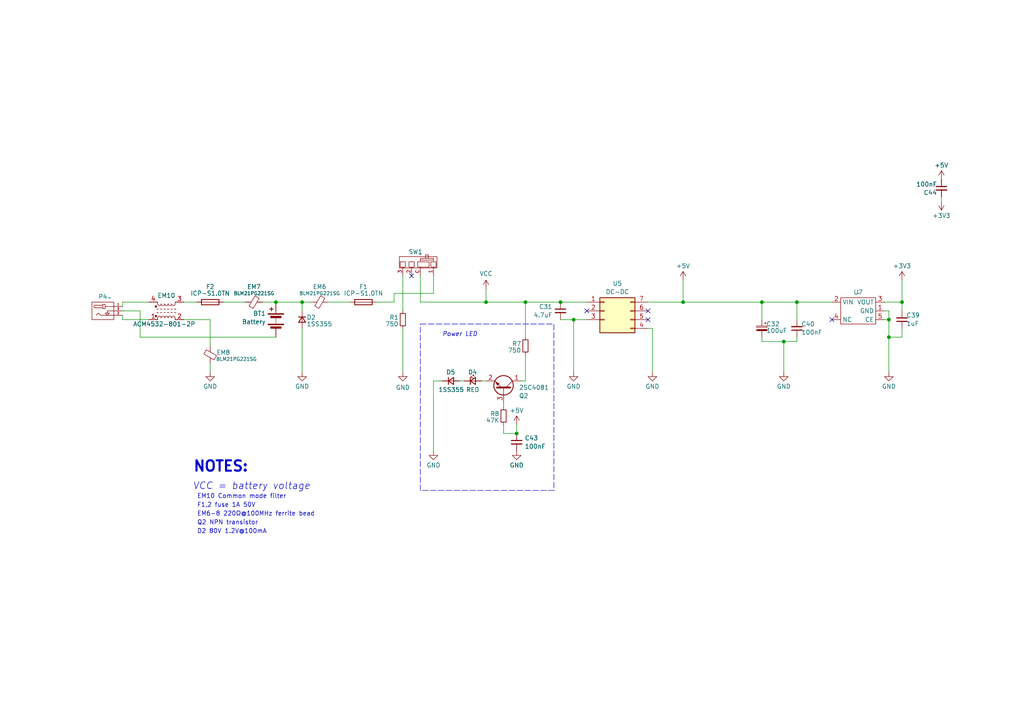
<source format=kicad_sch>
(kicad_sch (version 20250114) (generator "eeschema") (generator_version "9.0")
  (paper "A4")
  (title_block (title "Yet Another Pocket Color (YAP)") (company "NatalieTheNerd.com"))
  (lib_symbols
    (symbol "CGB:DC_Jack"
      (property "Reference" "P" (at 0 1.27 0))
      (symbol "DC_Jack_0_1"
        (rectangle (start -5.08 -1.27) (end 1.27 -6.35))
        (arc (start -4.191 -2.921) (mid -4.5358 -2.54) (end -4.191 -2.159))
        (polyline (pts (xy -1.905 -2.159) (xy -4.191 -2.159)))
        (polyline (pts (xy -1.905 -2.921) (xy -4.191 -2.921)))
        (polyline (pts (xy -1.27 -1.905) (xy -1.27 -3.175) (xy -1.905 -3.175) (xy -1.905 -1.905) (xy -1.27 -1.905)))
        (polyline (pts (xy -0.635 -4.445) (xy -1.27 -4.445) (xy -0.635 -5.08) (xy 0 -4.445) (xy -0.635 -4.445)))
        (polyline (pts (xy 1.27 -2.54) (xy -1.27 -2.54)))
        (polyline (pts (xy 1.27 -3.81) (xy -0.635 -3.81) (xy -0.635 -4.445)))
        (polyline (pts (xy 1.27 -5.08) (xy -2.54 -5.08) (xy -3.175 -4.445) (xy -3.81 -5.08)))
      )
      (symbol "DC_Jack_1_1"
        (pin input line (at 3.81 -2.54 180) (length 2.54) (name "") (number "1"))
        (pin input line (at 3.81 -3.81 180) (length 2.54) (name "") (number "3"))
        (pin input line (at 3.81 -5.08 180) (length 2.54) (name "") (number "2"))
      )
    )
    (symbol "CGB:Power_SW"
      (property "Reference" "SW" (at 0 1.27 0))
      (symbol "Power_SW_0_1"
        (rectangle (start -4.826 -0.762) (end 6.096 -4.064))
        (rectangle (start -4.572 -2.286) (end -3.048 -3.81))
        (polyline (pts (xy -3.81 -1.778) (xy 0 -1.778)))
        (rectangle (start -2.54 -2.286) (end 0.762 -3.81))
        (polyline (pts (xy -1.524 -1.27) (xy -1.524 -0.254) (xy -2.286 -0.254) (xy -2.286 -1.27)))
        (polyline (pts (xy 0 -2.032) (xy 0 -1.27) (xy -3.81 -1.27) (xy -3.81 -2.032)))
        (rectangle (start 1.778 -2.286) (end 3.302 -3.81))
        (rectangle (start 4.318 -2.286) (end 5.842 -3.81))
      )
      (symbol "Power_SW_1_1"
        (pin input line (at -3.81 -6.35 90) (length 2.54) (name "") (number "1"))
        (pin input line (at 0 -6.35 90) (length 2.54) (name "") (number "C"))
        (pin input line (at 2.54 -6.35 90) (length 2.54) (name "") (number "2"))
        (pin input line (at 5.08 -6.35 90) (length 2.54) (name "") (number "3"))
      )
    )
    (symbol "CGB:RN5RT33A"
      (property "Reference" "U" (at 0 1.27 0))
      (symbol "RN5RT33A_0_1"
        (rectangle (start -5.08 -1.27) (end 5.08 -8.89))
      )
      (symbol "RN5RT33A_1_1"
        (pin input line (at -7.62 -2.54 0) (length 2.54) (name "VIN") (number "2"))
        (pin input line (at -7.62 -7.62 0) (length 2.54) (name "NC") (number "4"))
        (pin input line (at 7.62 -2.54 180) (length 2.54) (name "VOUT") (number "3"))
        (pin input line (at 7.62 -5.08 180) (length 2.54) (name "GND") (number "1"))
        (pin input line (at 7.62 -7.62 180) (length 2.54) (name "CE") (number "5"))
      )
    )
    (symbol "Connector_Generic:Conn_2Rows-07Pins" (pin_names (offset 1.016) (hide yes))
      (property "Reference" "U5" (at 0 7.9543 0))
      (property "Value" "DC-DC" (at 0 5.5301 0))
      (symbol "Conn_2Rows-07Pins_1_1"
        (rectangle (start -5.08 3.81) (end 5.08 -6.35) (stroke (width 0.254)) (fill (type background)))
        (rectangle (start -5.08 2.667) (end -3.81 2.413) (stroke (width 0.1524)))
        (rectangle (start -5.08 0.127) (end -3.81 -0.127) (stroke (width 0.1524)))
        (rectangle (start -5.08 -2.413) (end -3.81 -2.667) (stroke (width 0.1524)))
        (rectangle (start 3.81 -2.413) (end 5.08 -2.667) (stroke (width 0.1524)))
        (rectangle (start 5.08 2.667) (end 3.81 2.413) (stroke (width 0.1524)))
        (rectangle (start 5.08 0.127) (end 3.81 -0.127) (stroke (width 0.1524)))
        (rectangle (start 5.08 -5.207) (end 3.81 -4.953) (stroke (width 0.1524)))
        (pin passive line (at -8.89 2.54 0) (length 3.81) (name "Pin_1") (number "1"))
        (pin passive line (at -8.89 0 0) (length 3.81) (name "Pin_2") (number "2"))
        (pin passive line (at -8.89 -2.54 0) (length 3.81) (name "Pin_3") (number "3"))
        (pin passive line (at 8.89 2.54 180) (length 3.81) (name "Pin_7") (number "7"))
        (pin passive line (at 8.89 0 180) (length 3.81) (name "Pin_6") (number "6"))
        (pin passive line (at 8.89 -2.54 180) (length 3.81) (name "Pin_5") (number "5"))
        (pin passive line (at 8.89 -5.08 180) (length 3.81) (name "Pin_4") (number "4"))
      )
    )
    (symbol "Device:Battery" (pin_numbers (hide yes)) (pin_names (offset 0) (hide yes))
      (property "Reference" "BT" (at 2.54 2.54 0))
      (property "Value" "Battery" (at 2.54 0 0))
      (symbol "Battery_0_1"
        (rectangle (start -2.286 1.778) (end 2.286 1.524) (fill (type outline)))
        (rectangle (start -2.286 -1.27) (end 2.286 -1.524) (fill (type outline)))
        (rectangle (start -1.524 1.016) (end 1.524 0.508) (fill (type outline)))
        (rectangle (start -1.524 -2.032) (end 1.524 -2.54) (fill (type outline)))
        (polyline (pts (xy 0 1.778) (xy 0 2.54)))
        (polyline (pts (xy 0 0) (xy 0 0.254)))
        (polyline (pts (xy 0 -0.508) (xy 0 -0.254)))
        (polyline (pts (xy 0 -1.016) (xy 0 -0.762)))
        (polyline (pts (xy 0.762 3.048) (xy 1.778 3.048)) (stroke (width 0.254)))
        (polyline (pts (xy 1.27 3.556) (xy 1.27 2.54)) (stroke (width 0.254)))
      )
      (symbol "Battery_1_1"
        (pin passive line (at 0 5.08 270) (length 2.54) (name "+") (number "1"))
        (pin passive line (at 0 -5.08 90) (length 2.54) (name "-") (number "2"))
      )
    )
    (symbol "Device:C_Polarized_Small" (pin_numbers (hide yes)) (pin_names (offset 0.254) (hide yes))
      (property "Reference" "C" (at 0.254 1.778 0))
      (property "Value" "C_Polarized_Small" (at 0.254 -2.032 0))
      (symbol "C_Polarized_Small_0_1"
        (rectangle (start -1.524 0.6858) (end 1.524 0.3048))
        (rectangle (start -1.524 -0.3048) (end 1.524 -0.6858) (fill (type outline)))
        (polyline (pts (xy -1.27 1.524) (xy -0.762 1.524)))
        (polyline (pts (xy -1.016 1.27) (xy -1.016 1.778)))
      )
      (symbol "C_Polarized_Small_1_1"
        (pin passive line (at 0 2.54 270) (length 1.8542) (name "~") (number "1"))
        (pin passive line (at 0 -2.54 90) (length 1.8542) (name "~") (number "2"))
      )
    )
    (symbol "Device:C_Small" (pin_numbers (hide yes)) (pin_names (offset 0.254) (hide yes))
      (property "Reference" "C" (at 0.254 1.778 0))
      (property "Value" "C_Small" (at 0.254 -2.032 0))
      (symbol "C_Small_0_1"
        (polyline (pts (xy -1.524 0.508) (xy 1.524 0.508)) (stroke (width 0.3048)))
        (polyline (pts (xy -1.524 -0.508) (xy 1.524 -0.508)) (stroke (width 0.3302)))
      )
      (symbol "C_Small_1_1"
        (pin passive line (at 0 2.54 270) (length 2.032) (name "~") (number "1"))
        (pin passive line (at 0 -2.54 90) (length 2.032) (name "~") (number "2"))
      )
    )
    (symbol "Device:D_Small" (pin_numbers (hide yes)) (pin_names (offset 0.254) (hide yes))
      (property "Reference" "D" (at -1.27 2.032 0))
      (property "Value" "D_Small" (at -3.81 -2.032 0))
      (symbol "D_Small_0_1"
        (polyline (pts (xy -0.762 0) (xy 0.762 0)))
        (polyline (pts (xy -0.762 -1.016) (xy -0.762 1.016)) (stroke (width 0.254)))
        (polyline (pts (xy 0.762 -1.016) (xy -0.762 0) (xy 0.762 1.016) (xy 0.762 -1.016)) (stroke (width 0.254)))
      )
      (symbol "D_Small_1_1"
        (pin passive line (at -2.54 0 0) (length 1.778) (name "K") (number "1"))
        (pin passive line (at 2.54 0 180) (length 1.778) (name "A") (number "2"))
      )
    )
    (symbol "Device:FerriteBead_Small" (pin_numbers (hide yes)) (pin_names (offset 0))
      (property "Reference" "FB" (at 1.905 1.27 0))
      (property "Value" "FerriteBead_Small" (at 1.905 -1.27 0))
      (symbol "FerriteBead_Small_0_1"
        (polyline (pts (xy -1.8288 0.2794) (xy -1.1176 1.4986) (xy 1.8288 -0.2032) (xy 1.1176 -1.4224) (xy -1.8288 0.2794)))
        (polyline (pts (xy 0 0.889) (xy 0 1.2954)))
        (polyline (pts (xy 0 -1.27) (xy 0 -0.7874)))
      )
      (symbol "FerriteBead_Small_1_1"
        (pin passive line (at 0 2.54 270) (length 1.27) (name "~") (number "1"))
        (pin passive line (at 0 -2.54 90) (length 1.27) (name "~") (number "2"))
      )
    )
    (symbol "Device:Fuse" (pin_numbers (hide yes)) (pin_names (offset 0))
      (property "Reference" "F" (at 2.032 0 90))
      (property "Value" "Fuse" (at -1.905 0 90))
      (symbol "Fuse_0_1"
        (rectangle (start -0.762 -2.54) (end 0.762 2.54) (stroke (width 0.254)))
        (polyline (pts (xy 0 2.54) (xy 0 -2.54)))
      )
      (symbol "Fuse_1_1"
        (pin passive line (at 0 3.81 270) (length 1.27) (name "~") (number "1"))
        (pin passive line (at 0 -3.81 90) (length 1.27) (name "~") (number "2"))
      )
    )
    (symbol "Device:LED_Small" (pin_numbers (hide yes)) (pin_names (offset 0.254) (hide yes))
      (property "Reference" "D" (at -1.27 3.175 0))
      (property "Value" "LED_Small" (at -4.445 -2.54 0))
      (symbol "LED_Small_0_1"
        (polyline (pts (xy -0.762 -1.016) (xy -0.762 1.016)) (stroke (width 0.254)))
        (polyline (pts (xy 0 0.762) (xy -0.508 1.27) (xy -0.254 1.27) (xy -0.508 1.27) (xy -0.508 1.016)))
        (polyline (pts (xy 0.508 1.27) (xy 0 1.778) (xy 0.254 1.778) (xy 0 1.778) (xy 0 1.524)))
        (polyline (pts (xy 0.762 -1.016) (xy -0.762 0) (xy 0.762 1.016) (xy 0.762 -1.016)) (stroke (width 0.254)))
        (polyline (pts (xy 1.016 0) (xy -0.762 0)))
      )
      (symbol "LED_Small_1_1"
        (pin passive line (at -2.54 0 0) (length 1.778) (name "K") (number "1"))
        (pin passive line (at 2.54 0 180) (length 1.778) (name "A") (number "2"))
      )
    )
    (symbol "Device:L_Ferrite_Coupled_1243" (pin_names (offset 0.254) (hide yes))
      (property "Reference" "L" (at 0 4.445 0))
      (property "Value" "L_Ferrite_Coupled_1243" (at 0 -4.445 0))
      (symbol "L_Ferrite_Coupled_1243_0_1"
        (circle (center -3.048 1.524) (radius 0.254) (fill (type outline)))
        (circle (center -3.048 -1.27) (radius 0.254) (fill (type outline)))
        (polyline (pts (xy -2.794 0.508) (xy -2.286 0.508)))
        (polyline (pts (xy -2.794 -0.508) (xy -2.286 -0.508)))
        (polyline (pts (xy -2.54 2.032) (xy -2.54 2.54)))
        (polyline (pts (xy -2.54 -2.032) (xy -2.54 -2.54)))
        (arc (start -1.524 2.032) (mid -2.032 1.5262) (end -2.54 2.032))
        (arc (start -2.54 -2.032) (mid -2.032 -1.5262) (end -1.524 -2.032))
        (polyline (pts (xy -1.778 0.508) (xy -1.27 0.508)))
        (polyline (pts (xy -1.778 -0.508) (xy -1.27 -0.508)))
        (arc (start -0.508 2.032) (mid -1.016 1.5262) (end -1.524 2.032))
        (arc (start -1.524 -2.032) (mid -1.016 -1.5262) (end -0.508 -2.032))
        (polyline (pts (xy -0.762 0.508) (xy -0.254 0.508)))
        (polyline (pts (xy -0.762 -0.508) (xy -0.254 -0.508)))
        (arc (start 0.508 2.032) (mid 0 1.5262) (end -0.508 2.032))
        (arc (start -0.508 -2.032) (mid 0 -1.5262) (end 0.508 -2.032))
        (polyline (pts (xy 0.254 0.508) (xy 0.762 0.508)))
        (polyline (pts (xy 0.254 -0.508) (xy 0.762 -0.508)))
        (arc (start 1.524 2.032) (mid 1.016 1.5262) (end 0.508 2.032))
        (arc (start 0.508 -2.032) (mid 1.016 -1.5262) (end 1.524 -2.032))
        (polyline (pts (xy 1.27 0.508) (xy 1.778 0.508)))
        (polyline (pts (xy 1.27 -0.508) (xy 1.778 -0.508)))
        (arc (start 2.54 2.032) (mid 2.032 1.5262) (end 1.524 2.032))
        (arc (start 1.524 -2.032) (mid 2.032 -1.5262) (end 2.54 -2.032))
        (polyline (pts (xy 2.286 0.508) (xy 2.794 0.508)))
        (polyline (pts (xy 2.286 -0.508) (xy 2.794 -0.508)))
        (polyline (pts (xy 2.54 2.54) (xy 2.54 2.032)))
        (polyline (pts (xy 2.54 -2.032) (xy 2.54 -2.54)))
      )
      (symbol "L_Ferrite_Coupled_1243_1_1"
        (pin passive line (at -5.08 2.54 0) (length 2.54) (name "1") (number "1"))
        (pin passive line (at -5.08 -2.54 0) (length 2.54) (name "4") (number "4"))
        (pin passive line (at 5.08 2.54 180) (length 2.54) (name "2") (number "2"))
        (pin passive line (at 5.08 -2.54 180) (length 2.54) (name "3") (number "3"))
      )
    )
    (symbol "Device:R_Small" (pin_numbers (hide yes)) (pin_names (offset 0.254) (hide yes))
      (property "Reference" "R" (at 0.762 0.508 0))
      (property "Value" "R_Small" (at 0.762 -1.016 0))
      (symbol "R_Small_0_1"
        (rectangle (start -0.762 1.778) (end 0.762 -1.778) (stroke (width 0.2032)))
      )
      (symbol "R_Small_1_1"
        (pin passive line (at 0 2.54 270) (length 0.762) (name "~") (number "1"))
        (pin passive line (at 0 -2.54 90) (length 0.762) (name "~") (number "2"))
      )
    )
    (symbol "Transistor_BJT:2N2219" (pin_names (offset 0) (hide yes))
      (property "Reference" "Q2" (at 11.43 -1.27 0))
      (property "Value" "2SC4081" (at 11.43 1.1542 0))
      (symbol "2N2219_0_1"
        (polyline (pts (xy -0.508 0) (xy 0 0.508) (xy -1.016 1.016) (xy -0.508 0) (xy -0.508 0)) (fill (type outline)))
        (polyline (pts (xy 0.635 -0.635) (xy -1.27 1.27) (xy -1.27 1.27)))
        (circle (center 1.27 0) (radius 2.8194) (stroke (width 0.254)))
        (polyline (pts (xy 1.27 -2.54) (xy 1.27 -0.6285)))
        (polyline (pts (xy 1.905 -0.635) (xy 3.81 1.27)))
        (polyline (pts (xy 3.175 -0.635) (xy -0.635 -0.635) (xy -0.635 -0.635)) (stroke (width 0.508)))
      )
      (symbol "2N2219_1_1"
        (pin passive line (at -3.81 1.27 0) (length 2.54) (name "B") (number "2"))
        (pin passive line (at 1.27 -5.08 90) (length 2.54) (name "C") (number "3"))
        (pin passive line (at 6.35 1.27 180) (length 2.54) (name "E") (number "1"))
      )
    )
    (symbol "power:+3V3" (power) (pin_names (offset 0))
      (property "Value" "+3V3" (at 0 3.556 0))
      (symbol "+3V3_0_1"
        (polyline (pts (xy -0.762 1.27) (xy 0 2.54)))
        (polyline (pts (xy 0 2.54) (xy 0.762 1.27)))
        (polyline (pts (xy 0 0) (xy 0 2.54)))
      )
      (symbol "+3V3_1_1"
        (pin power_in line (at 0 0 90) (length 0) (hide yes) (name "+3V3") (number "1"))
      )
    )
    (symbol "power:+5V" (power) (pin_names (offset 0))
      (property "Value" "+5V" (at 0 3.556 0))
      (symbol "+5V_0_1"
        (polyline (pts (xy -0.762 1.27) (xy 0 2.54)))
        (polyline (pts (xy 0 2.54) (xy 0.762 1.27)))
        (polyline (pts (xy 0 0) (xy 0 2.54)))
      )
      (symbol "+5V_1_1"
        (pin power_in line (at 0 0 90) (length 0) (hide yes) (name "+5V") (number "1"))
      )
    )
    (symbol "power:GND" (power) (pin_names (offset 0))
      (property "Value" "GND" (at 0 -3.81 0))
      (symbol "GND_0_1"
        (polyline (pts (xy 0 0) (xy 0 -1.27) (xy 1.27 -1.27) (xy 0 -2.54) (xy -1.27 -1.27) (xy 0 -1.27)))
      )
      (symbol "GND_1_1"
        (pin power_in line (at 0 0 270) (length 0) (hide yes) (name "GND") (number "1"))
      )
    )
    (symbol "power:VCC" (power) (pin_names (offset 0))
      (property "Value" "VCC" (at 0 3.81 0))
      (symbol "VCC_0_1"
        (polyline (pts (xy -0.762 1.27) (xy 0 2.54)))
        (polyline (pts (xy 0 2.54) (xy 0.762 1.27)))
        (polyline (pts (xy 0 0) (xy 0 2.54)))
      )
      (symbol "VCC_1_1"
        (pin power_in line (at 0 0 90) (length 0) (hide yes) (name "VCC") (number "1"))
      )
    )
  )
  (rectangle (start 121.92 93.98) (end 160.655 142.24) (stroke (width 0) (type dash)))
  (text "NOTES:" (at 55.88 137.16 0) (effects (font (size 3 3) (thickness 0.6) (bold yes)) (justify left bottom)))
  (text "D2 80V 1.2V@100mA" (at 57.15 154.94 0) (effects (font (size 1.27 1.27)) (justify left bottom)))
  (text "EM6-8 220Ω@100MHz ferrite bead" (at 57.15 149.86 0) (effects (font (size 1.27 1.27)) (justify left bottom)))
  (text "EM10 Common mode filter " (at 57.15 144.78 0) (effects (font (size 1.27 1.27)) (justify left bottom)))
  (text "F1,2 fuse 1A 50V " (at 57.15 147.32 0) (effects (font (size 1.27 1.27)) (justify left bottom)))
  (text "Power LED\n" (at 128.27 97.79 0) (effects (font (size 1.27 1.27) (italic yes)) (justify left bottom)))
  (text "Q2 NPN transistor" (at 57.15 152.4 0) (effects (font (size 1.27 1.27)) (justify left bottom)))
  (text "VCC = battery voltage" (at 55.88 142.24 0) (effects (font (size 2 2) (italic yes)) (justify left bottom)))
  (junction (at 140.97 87.63))
  (junction (at 227.33 99.06))
  (junction (at 231.14 87.63))
  (junction (at 87.63 87.63))
  (junction (at 149.86 125.73))
  (junction (at 162.56 87.63))
  (junction (at 198.12 87.63))
  (junction (at 152.4 87.63))
  (junction (at 257.81 97.79))
  (junction (at 80.01 87.63))
  (junction (at 166.37 92.71))
  (junction (at 220.98 87.63))
  (junction (at 257.81 92.71))
  (junction (at 261.62 87.63))
  (no_connect (at 241.3 92.71))
  (no_connect (at 170.18 90.17))
  (no_connect (at 187.96 90.17))
  (no_connect (at 187.96 92.71))
  (no_connect (at 119.38 80.01))
  (wire (pts (xy 121.92 80.01) (xy 121.92 87.63)))
  (wire (pts (xy 220.98 97.79) (xy 220.98 99.06)))
  (wire (pts (xy 64.77 87.63) (xy 71.12 87.63)))
  (wire (pts (xy 121.92 87.63) (xy 140.97 87.63)))
  (wire (pts (xy 35.56 87.63) (xy 43.18 87.63)))
  (wire (pts (xy 152.4 87.63) (xy 152.4 97.79)))
  (wire (pts (xy 231.14 87.63) (xy 241.3 87.63)))
  (wire (pts (xy 114.3 87.63) (xy 109.22 87.63)))
  (wire (pts (xy 80.01 87.63) (xy 87.63 87.63)))
  (wire (pts (xy 125.73 80.01) (xy 125.73 85.09)))
  (wire (pts (xy 125.73 110.49) (xy 128.27 110.49)))
  (wire (pts (xy 125.73 130.81) (xy 125.73 110.49)))
  (wire (pts (xy 220.98 87.63) (xy 220.98 92.71)))
  (wire (pts (xy 220.98 87.63) (xy 231.14 87.63)))
  (wire (pts (xy 60.96 105.41) (xy 60.96 107.95)))
  (wire (pts (xy 149.86 125.73) (xy 146.05 125.73)))
  (wire (pts (xy 76.2 87.63) (xy 80.01 87.63)))
  (wire (pts (xy 152.4 87.63) (xy 162.56 87.63)))
  (wire (pts (xy 257.81 107.95) (xy 257.81 97.79)))
  (wire (pts (xy 152.4 110.49) (xy 151.13 110.49)))
  (wire (pts (xy 116.84 107.95) (xy 116.84 95.25)))
  (wire (pts (xy 162.56 87.63) (xy 170.18 87.63)))
  (wire (pts (xy 114.3 85.09) (xy 114.3 87.63)))
  (wire (pts (xy 166.37 92.71) (xy 166.37 107.95)))
  (wire (pts (xy 261.62 97.79) (xy 257.81 97.79)))
  (wire (pts (xy 257.81 90.17) (xy 256.54 90.17)))
  (wire (pts (xy 35.56 92.71) (xy 35.56 91.44)))
  (wire (pts (xy 87.63 87.63) (xy 90.17 87.63)))
  (wire (pts (xy 231.14 99.06) (xy 231.14 97.79)))
  (wire (pts (xy 227.33 107.95) (xy 227.33 99.06)))
  (wire (pts (xy 146.05 116.84) (xy 146.05 118.11)))
  (wire (pts (xy 261.62 95.25) (xy 261.62 97.79)))
  (wire (pts (xy 140.97 87.63) (xy 152.4 87.63)))
  (wire (pts (xy 227.33 99.06) (xy 231.14 99.06)))
  (wire (pts (xy 162.56 92.71) (xy 166.37 92.71)))
  (wire (pts (xy 198.12 81.28) (xy 198.12 87.63)))
  (wire (pts (xy 189.23 95.25) (xy 187.96 95.25)))
  (wire (pts (xy 261.62 87.63) (xy 261.62 90.17)))
  (wire (pts (xy 35.56 88.9) (xy 35.56 87.63)))
  (wire (pts (xy 40.64 97.79) (xy 80.01 97.79)))
  (wire (pts (xy 187.96 87.63) (xy 198.12 87.63)))
  (wire (pts (xy 146.05 125.73) (xy 146.05 123.19)))
  (wire (pts (xy 116.84 90.17) (xy 116.84 80.01)))
  (wire (pts (xy 60.96 92.71) (xy 53.34 92.71)))
  (wire (pts (xy 57.15 87.63) (xy 53.34 87.63)))
  (wire (pts (xy 133.35 110.49) (xy 134.62 110.49)))
  (wire (pts (xy 140.97 83.82) (xy 140.97 87.63)))
  (wire (pts (xy 40.64 90.17) (xy 40.64 97.79)))
  (wire (pts (xy 149.86 123.19) (xy 149.86 125.73)))
  (wire (pts (xy 87.63 95.25) (xy 87.63 107.95)))
  (wire (pts (xy 35.56 90.17) (xy 40.64 90.17)))
  (wire (pts (xy 60.96 100.33) (xy 60.96 92.71)))
  (wire (pts (xy 166.37 92.71) (xy 170.18 92.71)))
  (wire (pts (xy 95.25 87.63) (xy 101.6 87.63)))
  (wire (pts (xy 152.4 102.87) (xy 152.4 110.49)))
  (wire (pts (xy 256.54 87.63) (xy 261.62 87.63)))
  (wire (pts (xy 87.63 90.17) (xy 87.63 87.63)))
  (wire (pts (xy 257.81 92.71) (xy 257.81 90.17)))
  (wire (pts (xy 114.3 85.09) (xy 125.73 85.09)))
  (wire (pts (xy 231.14 92.71) (xy 231.14 87.63)))
  (wire (pts (xy 261.62 81.28) (xy 261.62 87.63)))
  (wire (pts (xy 189.23 95.25) (xy 189.23 107.95)))
  (wire (pts (xy 43.18 92.71) (xy 35.56 92.71)))
  (wire (pts (xy 257.81 97.79) (xy 257.81 92.71)))
  (wire (pts (xy 198.12 87.63) (xy 220.98 87.63)))
  (wire (pts (xy 139.7 110.49) (xy 140.97 110.49)))
  (wire (pts (xy 220.98 99.06) (xy 227.33 99.06)))
  (wire (pts (xy 273.05 58.42) (xy 273.05 57.15)))
  (wire (pts (xy 256.54 92.71) (xy 257.81 92.71)))
  (symbol (lib_id "Device:D_Small") (at 130.81 110.49 0) (unit 1)
    (property "Reference" "D5" (at 132.08 107.95 0) (effects (justify right)))
    (property "Value" "1SS355" (at 134.62 113.03 0) (effects (justify right)))
    (property "Footprint" "Diode_SMD:D_SOD-323_HandSoldering" (effects (hide yes)))
    (property "Sim.Device" "D" (effects (hide yes)))
    (property "Sim.Pins" "1=K 2=A" (effects (hide yes)))
  )
  (symbol (lib_id "power:+3V3") (at 273.05 58.42 180) (unit 1)
    (property "Reference" "#PWR065" (effects (hide yes)))
    (property "Value" "+3V3" (at 273.05 62.5531 0))
  )
  (symbol (lib_id "Device:D_Small") (at 87.63 92.71 270) (unit 1)
    (property "Reference" "D2" (at 88.9 92.075 90) (effects (justify left)))
    (property "Value" "1SS355" (at 88.9 93.98 90) (effects (justify left)))
    (property "Footprint" "Diode_SMD:D_SOD-323_HandSoldering" (effects (hide yes)))
    (property "Sim.Device" "D" (effects (hide yes)))
    (property "Sim.Pins" "1=K 2=A" (effects (hide yes)))
  )
  (symbol (lib_id "CGB:Power_SW") (at 121.92 73.66 0) (mirror y) (unit 1) (in_bom no)
    (property "Reference" "SW1" (at 122.555 73.025 0) (effects (justify left)))
    (property "Value" "~" (at 121.92 73.66 0))
    (property "Footprint" "CGB:Switch CGB" (effects (hide yes)))
  )
  (symbol (lib_id "power:GND") (at 125.73 130.81 0) (unit 1)
    (property "Reference" "#PWR045" (effects (hide yes)))
    (property "Value" "GND" (at 125.73 134.9431 0))
  )
  (symbol (lib_id "CGB:DC_Jack") (at 31.75 86.36 0) (unit 1) (in_bom no)
    (property "Reference" "P4" (at 29.845 86.0369 0))
    (property "Value" "~" (at 31.75 86.36 0))
    (property "Footprint" "POCO:DCJACK" (effects (hide yes)))
  )
  (symbol (lib_id "Device:C_Polarized_Small") (at 220.98 95.25 0) (mirror y) (unit 1)
    (property "Reference" "C32" (at 222.25 93.98 0) (effects (justify right)))
    (property "Value" "100uF" (at 222.25 95.885 0) (effects (justify right)))
    (property "Footprint" "Capacitor_SMD:CP_Elec_6.3x5.4" (effects (hide yes)))
  )
  (symbol (lib_id "Device:Battery") (at 80.01 92.71 0) (mirror y) (unit 1)
    (property "Reference" "BT1" (at 77.089 90.9264 0) (effects (justify left)))
    (property "Value" "Battery" (at 77.089 93.3506 0) (effects (justify left)))
    (property "Footprint" "CGB:Battery CGB" (effects (hide yes)))
  )
  (symbol (lib_id "Device:FerriteBead_Small") (at 60.96 102.87 180) (unit 1)
    (property "Reference" "EM8" (at 64.77 102.235 0))
    (property "Value" "BLM21PG221SG" (at 68.58 104.14 0) (effects (font (size 1 1))))
    (property "Footprint" "Resistor_SMD:R_0805_2012Metric" (effects (hide yes)))
  )
  (symbol (lib_id "power:GND") (at 166.37 107.95 0) (unit 1)
    (property "Reference" "#PWR049" (effects (hide yes)))
    (property "Value" "GND" (at 166.37 112.0831 0))
  )
  (symbol (lib_id "Connector_Generic:Conn_2Rows-07Pins") (at 179.07 90.17 0) (unit 1) (in_bom no)
    (property "Reference" "U5" (at 179.07 82.2157 0))
    (property "Value" "DC-DC" (at 179.07 84.6399 0))
    (property "Footprint" "POCO:DC" (effects (hide yes)))
  )
  (symbol (lib_id "Device:R_Small") (at 146.05 120.65 180) (unit 1)
    (property "Reference" "R8" (at 143.51 120.015 0))
    (property "Value" "47K" (at 142.875 121.92 0))
    (property "Footprint" "Resistor_SMD:R_0603_1608Metric" (effects (hide yes)))
  )
  (symbol (lib_id "Device:Fuse") (at 60.96 87.63 90) (unit 1)
    (property "Reference" "F2" (at 60.96 83.185 90))
    (property "Value" "ICP-S1.0TN" (at 60.96 85.09 90))
    (property "Footprint" "Fuse:Fuse_1206_3216Metric_Pad1.42x1.75mm_HandSolder" (effects (hide yes)))
  )
  (symbol (lib_id "power:+3V3") (at 261.62 81.28 0) (unit 1)
    (property "Reference" "#PWR043" (effects (hide yes)))
    (property "Value" "+3V3" (at 261.62 77.1469 0))
  )
  (symbol (lib_id "power:+5V") (at 149.86 123.19 0) (unit 1)
    (property "Reference" "#PWR046" (effects (hide yes)))
    (property "Value" "+5V" (at 149.86 119.0569 0))
  )
  (symbol (lib_id "Device:C_Small") (at 261.62 92.71 180) (unit 1)
    (property "Reference" "C39" (at 262.89 91.44 0) (effects (justify right)))
    (property "Value" "1uF" (at 262.89 93.8642 0) (effects (justify right)))
    (property "Footprint" "Capacitor_SMD:C_0603_1608Metric" (effects (hide yes)))
  )
  (symbol (lib_id "power:+5V") (at 273.05 52.07 0) (unit 1)
    (property "Reference" "#PWR066" (effects (hide yes)))
    (property "Value" "+5V" (at 273.05 47.9369 0))
  )
  (symbol (lib_id "Device:C_Small") (at 149.86 128.27 0) (unit 1)
    (property "Reference" "C43" (at 152.1841 127.0642 0) (effects (justify left)))
    (property "Value" "100nF" (at 152.1841 129.4884 0) (effects (justify left)))
    (property "Footprint" "Capacitor_SMD:C_0603_1608Metric" (effects (hide yes)))
  )
  (symbol (lib_id "Device:Fuse") (at 105.41 87.63 90) (unit 1)
    (property "Reference" "F1" (at 105.41 83.185 90))
    (property "Value" "ICP-S1.0TN" (at 105.41 85.09 90))
    (property "Footprint" "Fuse:Fuse_1206_3216Metric_Pad1.42x1.75mm_HandSolder" (effects (hide yes)))
  )
  (symbol (lib_id "Device:R_Small") (at 152.4 100.33 180) (unit 1)
    (property "Reference" "R7" (at 149.86 99.695 0))
    (property "Value" "750" (at 149.225 101.6 0))
    (property "Footprint" "Resistor_SMD:R_0603_1608Metric" (effects (hide yes)))
  )
  (symbol (lib_id "power:+5V") (at 198.12 81.28 0) (unit 1)
    (property "Reference" "#PWR052" (effects (hide yes)))
    (property "Value" "+5V" (at 198.12 77.1469 0))
  )
  (symbol (lib_id "power:GND") (at 87.63 107.95 0) (unit 1)
    (property "Reference" "#PWR057" (effects (hide yes)))
    (property "Value" "GND" (at 87.63 112.0831 0))
  )
  (symbol (lib_id "power:VCC") (at 140.97 83.82 0) (unit 1)
    (property "Reference" "#PWR044" (effects (hide yes)))
    (property "Value" "VCC" (at 140.97 79.375 0))
  )
  (symbol (lib_id "power:GND") (at 227.33 107.95 0) (unit 1)
    (property "Reference" "#PWR056" (effects (hide yes)))
    (property "Value" "GND" (at 227.33 112.0831 0))
  )
  (symbol (lib_id "power:GND") (at 116.84 107.95 0) (unit 1)
    (property "Reference" "#PWR051" (effects (hide yes)))
    (property "Value" "GND" (at 116.84 112.395 0))
  )
  (symbol (lib_id "Device:FerriteBead_Small") (at 92.71 87.63 270) (unit 1)
    (property "Reference" "EM6" (at 92.71 83.185 90))
    (property "Value" "BLM21PG221SG" (at 92.71 85.09 90) (effects (font (size 1 1))))
    (property "Footprint" "Resistor_SMD:R_0805_2012Metric" (effects (hide yes)))
  )
  (symbol (lib_id "Device:R_Small") (at 116.84 92.71 180) (unit 1)
    (property "Reference" "R1" (at 114.3 92.075 0))
    (property "Value" "750" (at 113.665 93.98 0))
    (property "Footprint" "Resistor_SMD:R_0603_1608Metric" (effects (hide yes)))
  )
  (symbol (lib_id "Device:L_Ferrite_Coupled_1243") (at 48.26 90.17 0) (mirror x) (unit 1)
    (property "Reference" "EM10" (at 48.26 85.725 0))
    (property "Value" "ACM4532-801-2P" (at 47.625 93.98 0))
    (property "Footprint" "Crystal:Crystal_SMD_EuroQuartz_MJ-4Pin_5.0x3.2mm" (effects (hide yes)))
  )
  (symbol (lib_id "power:GND") (at 60.96 107.95 0) (unit 1)
    (property "Reference" "#PWR058" (effects (hide yes)))
    (property "Value" "GND" (at 60.96 112.0831 0))
  )
  (symbol (lib_id "power:GND") (at 189.23 107.95 0) (unit 1)
    (property "Reference" "#PWR050" (effects (hide yes)))
    (property "Value" "GND" (at 189.23 112.0831 0))
  )
  (symbol (lib_id "Device:FerriteBead_Small") (at 73.66 87.63 270) (unit 1)
    (property "Reference" "EM7" (at 73.66 83.185 90))
    (property "Value" "BLM21PG221SG" (at 73.66 85.09 90) (effects (font (size 1 1))))
    (property "Footprint" "Resistor_SMD:R_0805_2012Metric" (effects (hide yes)))
  )
  (symbol (lib_id "Device:LED_Small") (at 137.16 110.49 0) (unit 1)
    (property "Reference" "D4" (at 138.43 107.95 0) (effects (justify right)))
    (property "Value" "RED" (at 139.065 113.03 0) (effects (justify right)))
    (property "Footprint" "LED_THT:LED_D3.0mm" (effects (hide yes)))
  )
  (symbol (lib_id "Transistor_BJT:2N2219") (at 144.78 111.76 0) (unit 1)
    (property "Reference" "Q2" (at 150.495 114.8192 0) (effects (justify left)))
    (property "Value" "2SC4081" (at 150.495 112.395 0) (effects (justify left)))
    (property "Footprint" "Package_TO_SOT_SMD:SOT-323_SC-70" (effects (hide yes)))
    (property "Datasheet" "http://www.onsemi.com/pub_link/Collateral/2N2219-D.PDF" (effects (hide yes)))
  )
  (symbol (lib_id "power:GND") (at 257.81 107.95 0) (unit 1)
    (property "Reference" "#PWR055" (effects (hide yes)))
    (property "Value" "GND" (at 257.81 112.0831 0))
  )
  (symbol (lib_id "Device:C_Small") (at 231.14 95.25 180) (unit 1)
    (property "Reference" "C40" (at 232.41 93.98 0) (effects (justify right)))
    (property "Value" "100nF" (at 232.41 96.4042 0) (effects (justify right)))
    (property "Footprint" "Capacitor_SMD:C_0603_1608Metric" (effects (hide yes)))
  )
  (symbol (lib_id "Device:C_Small") (at 273.05 54.61 0) (unit 1)
    (property "Reference" "C44" (at 271.78 55.88 0) (effects (justify right)))
    (property "Value" "100nF" (at 271.78 53.4558 0) (effects (justify right)))
    (property "Footprint" "Capacitor_SMD:C_0603_1608Metric" (effects (hide yes)))
  )
  (symbol (lib_id "Device:C_Small") (at 162.56 90.17 0) (mirror y) (unit 1)
    (property "Reference" "C31" (at 160.2359 88.9642 0) (effects (justify left)))
    (property "Value" "4.7uF" (at 160.2359 91.3884 0) (effects (justify left)))
    (property "Footprint" "Capacitor_SMD:C_0603_1608Metric" (effects (hide yes)))
  )
  (symbol (lib_id "power:GND") (at 149.86 130.81 0) (unit 1)
    (property "Reference" "#PWR048" (effects (hide yes)))
    (property "Value" "GND" (at 149.86 134.9431 0))
  )
  (symbol (lib_id "CGB:RN5RT33A") (at 248.92 85.09 0) (unit 1) (in_bom no)
    (property "Reference" "U7" (at 248.92 84.7669 0))
    (property "Value" "~" (at 248.92 85.09 0))
    (property "Footprint" "Package_TO_SOT_SMD:SOT-23-5" (effects (hide yes)))
  )
)
</source>
